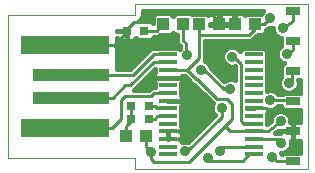
<source format=gtl>
G75*
G70*
%OFA0B0*%
%FSLAX24Y24*%
%IPPOS*%
%LPD*%
%AMOC8*
5,1,8,0,0,1.08239X$1,22.5*
%
%ADD10C,0.0000*%
%ADD11R,0.2953X0.0591*%
%ADD12R,0.2559X0.0394*%
%ADD13R,0.0315X0.0315*%
%ADD14R,0.0394X0.0433*%
%ADD15R,0.0433X0.0394*%
%ADD16R,0.0591X0.0157*%
%ADD17R,0.0500X0.0250*%
%ADD18C,0.0100*%
%ADD19C,0.0357*%
%ADD20C,0.0160*%
D10*
X000101Y000573D02*
X000101Y005323D01*
X004351Y005323D01*
X004351Y005698D01*
X010101Y005698D01*
X010101Y000198D01*
X004351Y000198D01*
X004351Y000573D01*
X000101Y000573D01*
D11*
X002022Y001570D03*
X002022Y004326D03*
D12*
X002219Y003341D03*
X002219Y002554D03*
D13*
X004216Y002288D03*
X004806Y002288D03*
X004806Y001868D03*
X004216Y001868D03*
X004076Y004808D03*
X004666Y004808D03*
D14*
X005296Y005018D03*
X005965Y005018D03*
X004705Y001303D03*
X004036Y001303D03*
D15*
X006486Y005018D03*
X007155Y005018D03*
X007676Y005018D03*
X008345Y005018D03*
D16*
X008308Y004011D03*
X008308Y003755D03*
X008308Y003499D03*
X008308Y003243D03*
X008308Y002987D03*
X008308Y002731D03*
X008308Y002476D03*
X008308Y002220D03*
X008308Y001964D03*
X008308Y001708D03*
X008308Y001452D03*
X008308Y001196D03*
X008308Y000940D03*
X008308Y000684D03*
X005454Y000684D03*
X005454Y000940D03*
X005454Y001196D03*
X005454Y001452D03*
X005454Y001708D03*
X005454Y001964D03*
X005454Y002220D03*
X005454Y002476D03*
X005454Y002731D03*
X005454Y002987D03*
X005454Y003243D03*
X005454Y003499D03*
X005454Y003755D03*
X005454Y004011D03*
D17*
X009601Y004448D03*
X009601Y005448D03*
X009601Y003448D03*
X009601Y002448D03*
X009601Y001448D03*
X009601Y000448D03*
D18*
X009081Y000448D01*
X008921Y000608D01*
X009391Y000448D02*
X009601Y000448D01*
X009691Y000938D02*
X009691Y000958D01*
X009601Y001048D01*
X009601Y001448D01*
X009591Y001448D01*
X009601Y001458D01*
X009601Y001708D01*
X009691Y001798D01*
X009691Y001938D01*
X009691Y002008D01*
X009551Y002148D01*
X008781Y002148D01*
X008709Y002220D01*
X008239Y002220D01*
X008241Y002218D01*
X008239Y002220D02*
X008308Y002220D01*
X008239Y002220D02*
X008231Y002228D01*
X007591Y002359D02*
X007591Y001868D01*
X007346Y001623D01*
X007521Y001448D01*
X008361Y001448D01*
X008781Y001448D01*
X009201Y001798D01*
X008361Y001448D02*
X008356Y001452D01*
X008308Y001452D01*
X008225Y001452D01*
X008221Y001448D01*
X008231Y001448D02*
X008221Y001458D01*
X008231Y001448D02*
X008235Y001452D01*
X008308Y001452D01*
X008308Y001220D02*
X008308Y001196D01*
X009102Y001196D01*
X009231Y001068D01*
X008308Y000940D02*
X007293Y000940D01*
X007171Y000778D01*
X006871Y000468D02*
X006781Y000558D01*
X006871Y000468D02*
X007941Y000468D01*
X008151Y000678D01*
X008291Y000678D01*
X008297Y000684D01*
X008308Y000684D01*
X007346Y001623D02*
X006161Y000438D01*
X004981Y000438D01*
X004881Y000538D01*
X004881Y000768D01*
X004721Y000928D01*
X004721Y001308D01*
X004716Y001303D01*
X004705Y001303D01*
X004705Y001253D01*
X004721Y001238D01*
X004076Y001222D02*
X004036Y001183D01*
X004036Y001303D01*
X004036Y001312D01*
X004011Y001338D01*
X004041Y001368D01*
X004041Y001618D01*
X004216Y001792D01*
X004216Y001868D01*
X004231Y001938D01*
X004216Y001953D01*
X004216Y002288D01*
X003881Y002498D02*
X003881Y001868D01*
X003583Y001570D01*
X002022Y001570D01*
X002219Y002554D02*
X002257Y002554D01*
X002271Y002568D01*
X003601Y002568D01*
X004021Y002988D01*
X004200Y002988D01*
X004970Y003758D01*
X005491Y003758D01*
X005488Y003755D01*
X005454Y003755D01*
X005454Y003499D02*
X005959Y003499D01*
X006084Y003493D01*
X006486Y003895D01*
X006486Y004638D01*
X006491Y004638D01*
X006521Y004668D01*
X008151Y004668D01*
X008345Y004862D01*
X008345Y005018D01*
X008641Y005018D01*
X008851Y005228D01*
X009271Y004878D02*
X009601Y005138D01*
X009601Y005448D01*
X009621Y004458D02*
X009621Y004178D01*
X009481Y004038D01*
X009411Y004038D01*
X009601Y004448D02*
X009611Y004448D01*
X009621Y004458D01*
X009601Y003448D02*
X009591Y003378D01*
X009591Y003168D01*
X009481Y003058D01*
X009621Y002498D02*
X008861Y002498D01*
X009601Y002448D02*
X009621Y002498D01*
X009601Y002448D02*
X009621Y002428D01*
X008308Y001708D02*
X008291Y001708D01*
X008291Y001708D01*
X007971Y001708D01*
X007871Y001808D01*
X007871Y003708D01*
X007641Y003938D01*
X007591Y003938D01*
X006650Y003508D02*
X007301Y002858D01*
X007531Y002858D01*
X007422Y002528D02*
X007084Y002528D01*
X006414Y003198D01*
X006379Y003198D01*
X006084Y003493D01*
X006550Y003508D02*
X006650Y003508D01*
X005911Y003158D02*
X005831Y003238D01*
X005491Y003238D01*
X005471Y003258D01*
X005456Y003243D01*
X005454Y003243D01*
X005445Y003243D01*
X005421Y003268D01*
X005454Y003243D02*
X005466Y003243D01*
X005530Y003228D01*
X004852Y003228D01*
X004782Y003119D01*
X004274Y003341D02*
X004970Y004038D01*
X005421Y004038D01*
X005447Y004011D01*
X005454Y004011D01*
X006051Y003988D02*
X006080Y003978D01*
X006051Y003988D02*
X006051Y004388D01*
X005965Y004473D01*
X005965Y005018D01*
X006476Y005023D02*
X006486Y005018D01*
X006486Y004638D01*
X007101Y005018D02*
X007155Y005018D01*
X007171Y005018D01*
X007171Y005088D01*
X006891Y005368D01*
X004721Y005368D01*
X004441Y005088D01*
X004301Y005088D01*
X004021Y004808D01*
X004076Y004808D01*
X004006Y004693D01*
X004011Y004688D01*
X003663Y004340D01*
X003663Y004326D01*
X004161Y003828D01*
X004279Y003797D01*
X004274Y003341D02*
X002219Y003341D01*
X003881Y002498D02*
X004021Y002638D01*
X004891Y002638D01*
X004991Y002738D01*
X005441Y002738D01*
X005451Y002728D01*
X005454Y002730D01*
X005454Y002731D01*
X005457Y002731D01*
X005471Y002718D01*
X005454Y002476D02*
X005889Y002476D01*
X005911Y002498D01*
X005911Y001518D01*
X006331Y001518D01*
X006821Y002008D01*
X007241Y001938D02*
X007241Y002218D01*
X007422Y002528D02*
X007591Y002359D01*
X007241Y001938D02*
X006081Y000778D01*
X006021Y000778D01*
X005454Y001196D02*
X005454Y001410D01*
X005491Y001448D01*
X005841Y001448D01*
X005911Y001518D01*
X005491Y001448D02*
X005486Y001452D01*
X005454Y001452D01*
X005001Y001868D02*
X004806Y001868D01*
X005001Y001868D02*
X005097Y001964D01*
X005454Y001964D01*
X005454Y002220D02*
X005069Y002220D01*
X005001Y002288D01*
X004806Y002288D01*
X005911Y002498D02*
X005911Y003158D01*
X005471Y003238D02*
X005461Y003248D01*
X005456Y003243D01*
X003663Y004326D02*
X002022Y004326D01*
X004651Y004808D02*
X004666Y004808D01*
X005071Y004808D01*
X005281Y005018D01*
X005296Y005018D01*
X005281Y005018D02*
X005211Y005018D01*
X007155Y005018D02*
X007166Y005023D01*
X007171Y005018D01*
X007676Y005018D01*
X004036Y001183D02*
X004021Y001168D01*
D19*
X004881Y000768D03*
X006021Y000778D03*
X006781Y000558D03*
X007171Y000778D03*
X008921Y000608D03*
X009231Y001068D03*
X009691Y000938D03*
X009201Y001798D03*
X009691Y001938D03*
X008861Y002498D03*
X009481Y003058D03*
X009411Y004038D03*
X009271Y004878D03*
X008851Y005228D03*
X007591Y003938D03*
X006931Y003778D03*
X006550Y003508D03*
X006080Y003978D03*
X004782Y003119D03*
X004279Y003797D03*
X007241Y002218D03*
X006821Y002008D03*
X007531Y002858D03*
D20*
X007325Y003116D02*
X006878Y003563D01*
X006878Y003574D01*
X006828Y003694D01*
X006736Y003787D01*
X006683Y003809D01*
X006686Y003812D01*
X006686Y003978D01*
X006686Y004468D01*
X008234Y004468D01*
X008351Y004585D01*
X008437Y004671D01*
X008624Y004671D01*
X008712Y004759D01*
X008712Y004818D01*
X008724Y004818D01*
X008805Y004899D01*
X008916Y004899D01*
X008942Y004910D01*
X008942Y004812D01*
X008992Y004692D01*
X009085Y004599D01*
X009201Y004551D01*
X009201Y004292D01*
X009132Y004224D01*
X009082Y004103D01*
X009082Y003972D01*
X009132Y003852D01*
X009225Y003759D01*
X009313Y003723D01*
X009289Y003723D01*
X009201Y003635D01*
X009201Y003260D01*
X009210Y003251D01*
X009202Y003244D01*
X009152Y003123D01*
X009152Y002992D01*
X009202Y002872D01*
X009295Y002779D01*
X009415Y002729D01*
X009546Y002729D01*
X009667Y002779D01*
X009759Y002872D01*
X009809Y002992D01*
X009809Y003123D01*
X009791Y003167D01*
X009791Y003173D01*
X009851Y003173D01*
X009851Y002723D01*
X009289Y002723D01*
X009264Y002698D01*
X009125Y002698D01*
X009047Y002776D01*
X008926Y002826D01*
X008795Y002826D01*
X008753Y002809D01*
X008753Y002846D01*
X008753Y003102D01*
X008753Y003358D01*
X008753Y003614D01*
X008753Y003870D01*
X008753Y004152D01*
X008665Y004240D01*
X007951Y004240D01*
X007863Y004152D01*
X007863Y004130D01*
X007777Y004216D01*
X007656Y004266D01*
X007525Y004266D01*
X007405Y004216D01*
X007312Y004124D01*
X007262Y004003D01*
X007262Y003872D01*
X007312Y003752D01*
X007405Y003659D01*
X007525Y003609D01*
X007656Y003609D01*
X007671Y003615D01*
X007671Y003155D01*
X007596Y003186D01*
X007465Y003186D01*
X007345Y003136D01*
X007325Y003116D01*
X007256Y003186D02*
X007464Y003186D01*
X007597Y003186D02*
X007671Y003186D01*
X007671Y003344D02*
X007097Y003344D01*
X006939Y003503D02*
X007671Y003503D01*
X007403Y003661D02*
X006842Y003661D01*
X006686Y003820D02*
X007284Y003820D01*
X007262Y003978D02*
X006686Y003978D01*
X006686Y004137D02*
X007326Y004137D01*
X007856Y004137D02*
X007863Y004137D01*
X008753Y004137D02*
X009096Y004137D01*
X009082Y003978D02*
X008753Y003978D01*
X008753Y003820D02*
X009164Y003820D01*
X009227Y003661D02*
X008753Y003661D01*
X008753Y003503D02*
X009201Y003503D01*
X009201Y003344D02*
X008753Y003344D01*
X008753Y003186D02*
X009178Y003186D01*
X009152Y003027D02*
X008753Y003027D01*
X008753Y002869D02*
X009205Y002869D01*
X009276Y002710D02*
X009113Y002710D01*
X009756Y002869D02*
X009851Y002869D01*
X009851Y003027D02*
X009809Y003027D01*
X009201Y002298D02*
X009125Y002298D01*
X009047Y002219D01*
X008926Y002169D01*
X008795Y002169D01*
X008783Y002174D01*
X008783Y002066D01*
X008753Y002036D01*
X008753Y001823D01*
X008753Y001685D01*
X008872Y001784D01*
X008872Y001863D01*
X008922Y001984D01*
X009015Y002076D01*
X009135Y002126D01*
X009266Y002126D01*
X009387Y002076D01*
X009851Y002076D01*
X009851Y002173D02*
X009851Y001753D01*
X009601Y001753D01*
X009601Y001448D01*
X009601Y001448D01*
X009601Y001753D01*
X009529Y001753D01*
X009529Y001863D01*
X009479Y001984D01*
X009387Y002076D01*
X009289Y002173D02*
X009851Y002173D01*
X009851Y001917D02*
X009507Y001917D01*
X009529Y001759D02*
X009851Y001759D01*
X009601Y001600D02*
X009601Y001600D01*
X009600Y001448D02*
X009600Y001447D01*
X009171Y001447D01*
X009171Y001396D01*
X009165Y001396D01*
X009031Y001396D01*
X009124Y001474D01*
X009135Y001469D01*
X009171Y001469D01*
X009171Y001448D01*
X009600Y001448D01*
X009601Y001447D02*
X009601Y001447D01*
X009601Y001143D01*
X009851Y001143D01*
X009851Y000723D01*
X009289Y000723D01*
X009246Y000680D01*
X009222Y000739D01*
X009296Y000739D01*
X009417Y000789D01*
X009509Y000882D01*
X009559Y001002D01*
X009559Y001133D01*
X009555Y001143D01*
X009601Y001143D01*
X009601Y001447D01*
X009601Y001442D02*
X009601Y001442D01*
X009601Y001283D02*
X009601Y001283D01*
X009559Y001125D02*
X009851Y001125D01*
X009851Y000966D02*
X009544Y000966D01*
X009435Y000807D02*
X009851Y000807D01*
X009171Y001442D02*
X009086Y001442D01*
X008842Y001759D02*
X008753Y001759D01*
X008753Y001917D02*
X008895Y001917D01*
X008783Y002076D02*
X009014Y002076D01*
X009062Y002234D02*
X009227Y002234D01*
X009201Y002260D02*
X009289Y002173D01*
X009201Y002260D02*
X009201Y002298D01*
X008308Y002220D02*
X008071Y002220D01*
X008071Y002219D01*
X008308Y002219D01*
X008308Y002220D01*
X007007Y001987D02*
X006115Y001094D01*
X006086Y001106D01*
X005955Y001106D01*
X005929Y001095D01*
X005929Y001196D01*
X005826Y001196D01*
X005826Y001196D01*
X005929Y001196D01*
X005929Y001349D01*
X005929Y001452D01*
X005929Y001605D01*
X005899Y001635D01*
X005899Y001849D01*
X005899Y002105D01*
X005899Y002292D01*
X005929Y002322D01*
X005929Y002475D01*
X005454Y002475D01*
X005454Y002476D01*
X005929Y002476D01*
X005929Y002629D01*
X005899Y002659D01*
X005899Y002872D01*
X005899Y003060D01*
X005929Y003090D01*
X005929Y003243D01*
X005454Y003243D01*
X005454Y003243D01*
X005929Y003243D01*
X005929Y003299D01*
X005954Y003299D01*
X005997Y003297D01*
X006001Y003293D01*
X006296Y002998D01*
X006331Y002998D01*
X006951Y002377D01*
X006912Y002283D01*
X006912Y002152D01*
X006962Y002032D01*
X007007Y001987D01*
X006938Y001917D02*
X005899Y001917D01*
X005899Y001759D02*
X006779Y001759D01*
X006621Y001600D02*
X005929Y001600D01*
X005929Y001452D02*
X005826Y001452D01*
X005826Y001452D01*
X005929Y001452D01*
X005929Y001442D02*
X006462Y001442D01*
X006303Y001283D02*
X005929Y001283D01*
X005929Y001125D02*
X006145Y001125D01*
X005454Y001196D02*
X005453Y001196D01*
X005453Y001452D01*
X005454Y001452D01*
X005454Y001196D01*
X005453Y001283D02*
X005454Y001283D01*
X005453Y001442D02*
X005454Y001442D01*
X005899Y002076D02*
X006944Y002076D01*
X006912Y002234D02*
X005899Y002234D01*
X005929Y002393D02*
X006936Y002393D01*
X006777Y002551D02*
X005929Y002551D01*
X005899Y002710D02*
X006619Y002710D01*
X006460Y002869D02*
X005899Y002869D01*
X005899Y003027D02*
X006267Y003027D01*
X006108Y003186D02*
X005929Y003186D01*
X006001Y003293D02*
X006001Y003293D01*
X005453Y003243D02*
X005453Y003243D01*
X004978Y003243D01*
X004978Y003090D01*
X005008Y003060D01*
X005008Y002938D01*
X004908Y002938D01*
X004808Y002838D01*
X004333Y002838D01*
X004400Y002905D01*
X005008Y003513D01*
X005008Y003427D01*
X004978Y003397D01*
X004978Y003243D01*
X005453Y003243D01*
X004978Y003186D02*
X004681Y003186D01*
X004522Y003027D02*
X005008Y003027D01*
X004839Y002869D02*
X004364Y002869D01*
X004839Y003344D02*
X004978Y003344D01*
X004998Y003503D02*
X005008Y003503D01*
X004469Y003820D02*
X003741Y003820D01*
X003741Y003978D02*
X004628Y003978D01*
X004770Y004120D02*
X004191Y003541D01*
X003741Y003541D01*
X003741Y004573D01*
X003843Y004470D01*
X004075Y004470D01*
X004075Y004807D01*
X004076Y004807D01*
X004076Y004470D01*
X004308Y004470D01*
X004392Y004555D01*
X004446Y004500D01*
X004886Y004500D01*
X004974Y004588D01*
X004974Y004608D01*
X004988Y004608D01*
X005154Y004608D01*
X005197Y004651D01*
X005555Y004651D01*
X005631Y004727D01*
X005706Y004651D01*
X005765Y004651D01*
X005765Y004556D01*
X005765Y004390D01*
X005851Y004305D01*
X005851Y004213D01*
X005844Y004207D01*
X005811Y004240D01*
X005096Y004240D01*
X005094Y004238D01*
X004887Y004238D01*
X004770Y004120D01*
X004770Y004120D01*
X004787Y004137D02*
X003741Y004137D01*
X003741Y004295D02*
X005851Y004295D01*
X005765Y004454D02*
X003741Y004454D01*
X004075Y004612D02*
X004076Y004612D01*
X004075Y004771D02*
X004076Y004771D01*
X004075Y004807D02*
X003741Y004807D01*
X003741Y004808D01*
X004075Y004808D01*
X004075Y004807D01*
X004497Y005115D02*
X004563Y005181D01*
X004601Y005273D01*
X004601Y005372D01*
X004601Y005448D01*
X008606Y005448D01*
X008572Y005414D01*
X008552Y005364D01*
X008067Y005364D01*
X008032Y005330D01*
X007967Y005394D01*
X007695Y005394D01*
X007695Y005036D01*
X007658Y005036D01*
X007658Y005394D01*
X007446Y005394D01*
X007174Y005394D01*
X007174Y005036D01*
X007552Y005036D01*
X007657Y005036D01*
X007657Y004999D01*
X007280Y004999D01*
X007174Y004999D01*
X007174Y005036D01*
X007137Y005036D01*
X006853Y005036D01*
X006853Y004999D01*
X007137Y004999D01*
X007137Y005036D01*
X007137Y005394D01*
X006864Y005394D01*
X006800Y005330D01*
X006765Y005364D01*
X006244Y005364D01*
X006224Y005384D01*
X005706Y005384D01*
X005631Y005308D01*
X005555Y005384D01*
X005037Y005384D01*
X004949Y005296D01*
X004949Y005051D01*
X004886Y005115D01*
X004497Y005115D01*
X004590Y005247D02*
X004949Y005247D01*
X004949Y005088D02*
X004913Y005088D01*
X004601Y005405D02*
X008569Y005405D01*
X007695Y005247D02*
X007658Y005247D01*
X007658Y005088D02*
X007695Y005088D01*
X007174Y005088D02*
X007137Y005088D01*
X007137Y005247D02*
X007174Y005247D01*
X008378Y004612D02*
X009071Y004612D01*
X009201Y004454D02*
X006686Y004454D01*
X006686Y004295D02*
X009201Y004295D01*
X008959Y004771D02*
X008712Y004771D01*
X005765Y004612D02*
X005158Y004612D01*
X004311Y003661D02*
X003741Y003661D01*
M02*

</source>
